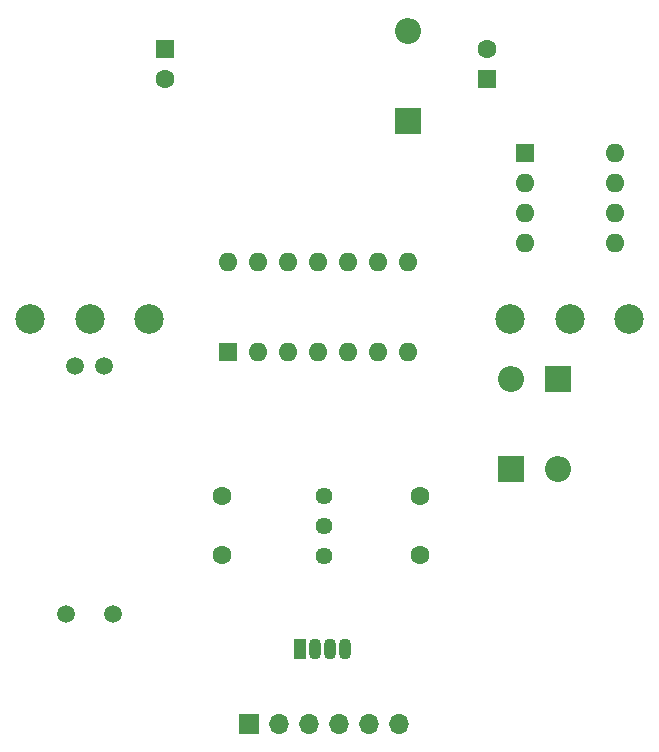
<source format=gbr>
%TF.GenerationSoftware,KiCad,Pcbnew,9.0.0*%
%TF.CreationDate,2025-03-31T20:13:35-04:00*%
%TF.ProjectId,compulator,636f6d70-756c-4617-946f-722e6b696361,rev?*%
%TF.SameCoordinates,Original*%
%TF.FileFunction,Soldermask,Bot*%
%TF.FilePolarity,Negative*%
%FSLAX46Y46*%
G04 Gerber Fmt 4.6, Leading zero omitted, Abs format (unit mm)*
G04 Created by KiCad (PCBNEW 9.0.0) date 2025-03-31 20:13:35*
%MOMM*%
%LPD*%
G01*
G04 APERTURE LIST*
%ADD10C,1.440000*%
%ADD11R,1.600000X1.600000*%
%ADD12C,1.600000*%
%ADD13R,2.200000X2.200000*%
%ADD14O,2.200000X2.200000*%
%ADD15O,1.600000X1.600000*%
%ADD16C,1.500000*%
%ADD17R,1.070000X1.800000*%
%ADD18O,1.070000X1.800000*%
%ADD19R,1.700000X1.700000*%
%ADD20O,1.700000X1.700000*%
%ADD21C,2.500000*%
G04 APERTURE END LIST*
D10*
%TO.C,P1*%
X200152000Y-105156000D03*
X200152000Y-102616000D03*
X200152000Y-100076000D03*
%TD*%
D11*
%TO.C,C4*%
X213995000Y-64730000D03*
D12*
X213995000Y-62230000D03*
%TD*%
D13*
%TO.C,D3*%
X219964000Y-90170000D03*
D14*
X219964000Y-97790000D03*
%TD*%
D11*
%TO.C,C3*%
X186690000Y-62230000D03*
D12*
X186690000Y-64730000D03*
%TD*%
%TO.C,C5*%
X191516000Y-105096000D03*
X191516000Y-100096000D03*
%TD*%
D11*
%TO.C,U4*%
X192024000Y-87864000D03*
D15*
X194564000Y-87864000D03*
X197104000Y-87864000D03*
X199644000Y-87864000D03*
X202184000Y-87864000D03*
X204724000Y-87864000D03*
X207264000Y-87864000D03*
X207264000Y-80244000D03*
X204724000Y-80244000D03*
X202184000Y-80244000D03*
X199644000Y-80244000D03*
X197104000Y-80244000D03*
X194564000Y-80244000D03*
X192024000Y-80244000D03*
%TD*%
D11*
%TO.C,U1*%
X217180000Y-71003000D03*
D15*
X217180000Y-73543000D03*
X217180000Y-76083000D03*
X217180000Y-78623000D03*
X224800000Y-78623000D03*
X224800000Y-76083000D03*
X224800000Y-73543000D03*
X224800000Y-71003000D03*
%TD*%
D12*
%TO.C,C6*%
X208280000Y-105096000D03*
X208280000Y-100096000D03*
%TD*%
D16*
%TO.C,LDR1*%
X182340000Y-110068000D03*
X178340000Y-110068000D03*
X181590000Y-89068000D03*
X179090000Y-89068000D03*
%TD*%
D13*
%TO.C,D1*%
X207264000Y-68326000D03*
D14*
X207264000Y-60706000D03*
%TD*%
D13*
%TO.C,D4*%
X216024000Y-97790000D03*
D14*
X216024000Y-90170000D03*
%TD*%
D17*
%TO.C,D2*%
X198120000Y-113030000D03*
D18*
X199390000Y-113030000D03*
X200660000Y-113030000D03*
X201930000Y-113030000D03*
%TD*%
D19*
%TO.C,J4*%
X193802000Y-119380000D03*
D20*
X196342000Y-119380000D03*
X198882000Y-119380000D03*
X201422000Y-119380000D03*
X203962000Y-119380000D03*
X206502000Y-119380000D03*
%TD*%
D21*
%TO.C,COMP1*%
X225980000Y-85080000D03*
X220980000Y-85080000D03*
X215980000Y-85080000D03*
%TD*%
%TO.C,LEVEL1*%
X185340000Y-85080000D03*
X180340000Y-85080000D03*
X175340000Y-85080000D03*
%TD*%
M02*

</source>
